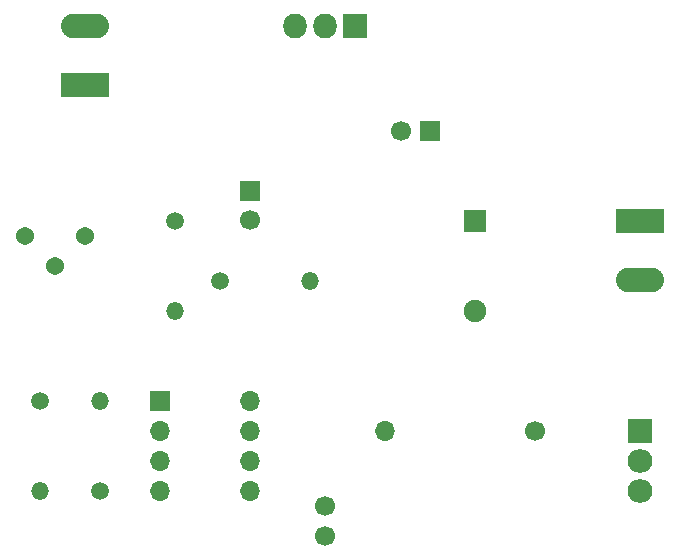
<source format=gbr>
%TF.GenerationSoftware,KiCad,Pcbnew,(5.1.6)-1*%
%TF.CreationDate,2021-02-01T23:58:11+01:00*%
%TF.ProjectId,TEST,54455354-2e6b-4696-9361-645f70636258,rev?*%
%TF.SameCoordinates,Original*%
%TF.FileFunction,Soldermask,Top*%
%TF.FilePolarity,Negative*%
%FSLAX46Y46*%
G04 Gerber Fmt 4.6, Leading zero omitted, Abs format (unit mm)*
G04 Created by KiCad (PCBNEW (5.1.6)-1) date 2021-02-01 23:58:11*
%MOMM*%
%LPD*%
G01*
G04 APERTURE LIST*
%ADD10C,1.540000*%
%ADD11R,1.700000X1.700000*%
%ADD12C,1.700000*%
%ADD13R,1.900000X1.900000*%
%ADD14O,1.900000X1.900000*%
%ADD15R,4.060000X2.080000*%
%ADD16O,4.060000X2.080000*%
%ADD17O,2.100000X2.005000*%
%ADD18R,2.100000X2.005000*%
%ADD19O,1.500000X1.500000*%
%ADD20C,1.500000*%
%ADD21O,1.700000X1.700000*%
%ADD22R,2.005000X2.100000*%
%ADD23O,2.005000X2.100000*%
G04 APERTURE END LIST*
D10*
%TO.C,RV1*%
X101600000Y-83820000D03*
X104140000Y-86360000D03*
X106680000Y-83820000D03*
%TD*%
D11*
%TO.C,C1*%
X135890000Y-74930000D03*
D12*
X133390000Y-74930000D03*
%TD*%
%TO.C,C2*%
X127000000Y-109220000D03*
X127000000Y-106720000D03*
%TD*%
%TO.C,C3*%
X120650000Y-82510000D03*
D11*
X120650000Y-80010000D03*
%TD*%
D13*
%TO.C,D1*%
X139700000Y-82550000D03*
D14*
X139700000Y-90170000D03*
%TD*%
D15*
%TO.C,J1*%
X106680000Y-71040000D03*
D16*
X106680000Y-66040000D03*
%TD*%
%TO.C,J2*%
X153670000Y-87550000D03*
D15*
X153670000Y-82550000D03*
%TD*%
D17*
%TO.C,Q1*%
X153670000Y-105410000D03*
X153670000Y-102870000D03*
D18*
X153670000Y-100330000D03*
%TD*%
D19*
%TO.C,R1*%
X114300000Y-90170000D03*
D20*
X114300000Y-82550000D03*
%TD*%
%TO.C,R2*%
X118110000Y-87630000D03*
D19*
X125730000Y-87630000D03*
%TD*%
D20*
%TO.C,R3*%
X107950000Y-105410000D03*
D19*
X107950000Y-97790000D03*
%TD*%
%TO.C,R4*%
X102870000Y-105410000D03*
D20*
X102870000Y-97790000D03*
%TD*%
D12*
%TO.C,R5*%
X144780000Y-100330000D03*
D21*
X132080000Y-100330000D03*
%TD*%
D22*
%TO.C,U1*%
X129540000Y-66040000D03*
D23*
X127000000Y-66040000D03*
X124460000Y-66040000D03*
%TD*%
D11*
%TO.C,U2*%
X113030000Y-97790000D03*
D21*
X120650000Y-105410000D03*
X113030000Y-100330000D03*
X120650000Y-102870000D03*
X113030000Y-102870000D03*
X120650000Y-100330000D03*
X113030000Y-105410000D03*
X120650000Y-97790000D03*
%TD*%
M02*

</source>
